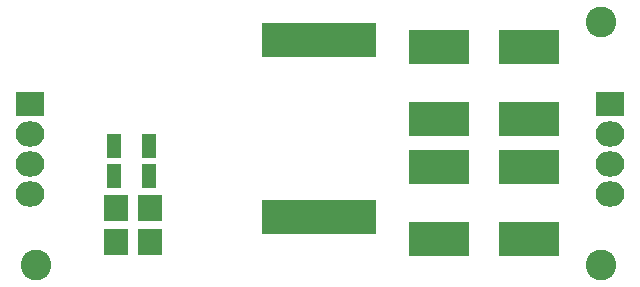
<source format=gbr>
G04 #@! TF.FileFunction,Soldermask,Top*
%FSLAX46Y46*%
G04 Gerber Fmt 4.6, Leading zero omitted, Abs format (unit mm)*
G04 Created by KiCad (PCBNEW 4.0.5+dfsg1-4) date Sat Sep 22 09:29:19 2018*
%MOMM*%
%LPD*%
G01*
G04 APERTURE LIST*
%ADD10C,0.100000*%
%ADD11R,2.000000X2.900000*%
%ADD12R,1.997660X2.200860*%
%ADD13R,1.300000X2.100000*%
%ADD14R,5.100000X2.850000*%
%ADD15R,2.432000X2.127200*%
%ADD16O,2.432000X2.127200*%
%ADD17C,2.600000*%
G04 APERTURE END LIST*
D10*
D11*
X59563000Y-25520000D03*
X57663000Y-25520000D03*
X55763000Y-25520000D03*
X61463000Y-25520000D03*
X63363000Y-25520000D03*
X59563000Y-40520000D03*
X57663000Y-40520000D03*
X55763000Y-40520000D03*
X61463000Y-40520000D03*
X63363000Y-40520000D03*
D12*
X42395140Y-39751000D03*
X45234860Y-39751000D03*
X42395140Y-42672000D03*
X45234860Y-42672000D03*
D13*
X45138000Y-37084000D03*
X42238000Y-37084000D03*
X45138000Y-34544000D03*
X42238000Y-34544000D03*
D14*
X69723000Y-32258000D03*
X69723000Y-26162000D03*
X77343000Y-32258000D03*
X77343000Y-26162000D03*
X77343000Y-36322000D03*
X77343000Y-42418000D03*
X69723000Y-36322000D03*
X69723000Y-42418000D03*
D15*
X84201000Y-30988000D03*
D16*
X84201000Y-33528000D03*
X84201000Y-36068000D03*
X84201000Y-38608000D03*
D15*
X35052000Y-30988000D03*
D16*
X35052000Y-33528000D03*
X35052000Y-36068000D03*
X35052000Y-38608000D03*
D17*
X35560000Y-44577000D03*
X83439000Y-24003000D03*
X83439000Y-44577000D03*
M02*

</source>
